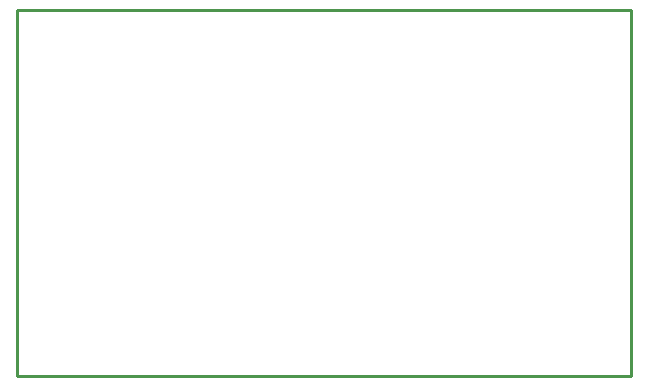
<source format=gm1>
G04 Layer_Color=16711935*
%FSLAX43Y43*%
%MOMM*%
G71*
G01*
G75*
%ADD26C,0.254*%
D26*
X0Y0D02*
X52000D01*
Y31000D01*
X0D02*
X52000D01*
X0Y0D02*
Y31000D01*
M02*

</source>
